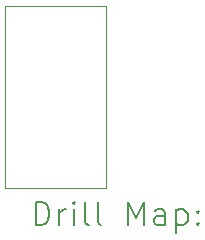
<source format=gbr>
%TF.GenerationSoftware,KiCad,Pcbnew,7.0.9*%
%TF.CreationDate,2024-02-08T13:00:31+01:00*%
%TF.ProjectId,signaux,7369676e-6175-4782-9e6b-696361645f70,rev?*%
%TF.SameCoordinates,Original*%
%TF.FileFunction,Drillmap*%
%TF.FilePolarity,Positive*%
%FSLAX45Y45*%
G04 Gerber Fmt 4.5, Leading zero omitted, Abs format (unit mm)*
G04 Created by KiCad (PCBNEW 7.0.9) date 2024-02-08 13:00:31*
%MOMM*%
%LPD*%
G01*
G04 APERTURE LIST*
%ADD10C,0.100000*%
%ADD11C,0.200000*%
G04 APERTURE END LIST*
D10*
X10274300Y-6413500D02*
X11125200Y-6413500D01*
X11125200Y-7950200D01*
X10274300Y-7950200D01*
X10274300Y-6413500D01*
D11*
X10530077Y-8266684D02*
X10530077Y-8066684D01*
X10530077Y-8066684D02*
X10577696Y-8066684D01*
X10577696Y-8066684D02*
X10606267Y-8076208D01*
X10606267Y-8076208D02*
X10625315Y-8095255D01*
X10625315Y-8095255D02*
X10634839Y-8114303D01*
X10634839Y-8114303D02*
X10644363Y-8152398D01*
X10644363Y-8152398D02*
X10644363Y-8180969D01*
X10644363Y-8180969D02*
X10634839Y-8219065D01*
X10634839Y-8219065D02*
X10625315Y-8238112D01*
X10625315Y-8238112D02*
X10606267Y-8257160D01*
X10606267Y-8257160D02*
X10577696Y-8266684D01*
X10577696Y-8266684D02*
X10530077Y-8266684D01*
X10730077Y-8266684D02*
X10730077Y-8133350D01*
X10730077Y-8171446D02*
X10739601Y-8152398D01*
X10739601Y-8152398D02*
X10749124Y-8142874D01*
X10749124Y-8142874D02*
X10768172Y-8133350D01*
X10768172Y-8133350D02*
X10787220Y-8133350D01*
X10853886Y-8266684D02*
X10853886Y-8133350D01*
X10853886Y-8066684D02*
X10844363Y-8076208D01*
X10844363Y-8076208D02*
X10853886Y-8085731D01*
X10853886Y-8085731D02*
X10863410Y-8076208D01*
X10863410Y-8076208D02*
X10853886Y-8066684D01*
X10853886Y-8066684D02*
X10853886Y-8085731D01*
X10977696Y-8266684D02*
X10958648Y-8257160D01*
X10958648Y-8257160D02*
X10949124Y-8238112D01*
X10949124Y-8238112D02*
X10949124Y-8066684D01*
X11082458Y-8266684D02*
X11063410Y-8257160D01*
X11063410Y-8257160D02*
X11053886Y-8238112D01*
X11053886Y-8238112D02*
X11053886Y-8066684D01*
X11311029Y-8266684D02*
X11311029Y-8066684D01*
X11311029Y-8066684D02*
X11377696Y-8209541D01*
X11377696Y-8209541D02*
X11444362Y-8066684D01*
X11444362Y-8066684D02*
X11444362Y-8266684D01*
X11625315Y-8266684D02*
X11625315Y-8161922D01*
X11625315Y-8161922D02*
X11615791Y-8142874D01*
X11615791Y-8142874D02*
X11596743Y-8133350D01*
X11596743Y-8133350D02*
X11558648Y-8133350D01*
X11558648Y-8133350D02*
X11539601Y-8142874D01*
X11625315Y-8257160D02*
X11606267Y-8266684D01*
X11606267Y-8266684D02*
X11558648Y-8266684D01*
X11558648Y-8266684D02*
X11539601Y-8257160D01*
X11539601Y-8257160D02*
X11530077Y-8238112D01*
X11530077Y-8238112D02*
X11530077Y-8219065D01*
X11530077Y-8219065D02*
X11539601Y-8200017D01*
X11539601Y-8200017D02*
X11558648Y-8190493D01*
X11558648Y-8190493D02*
X11606267Y-8190493D01*
X11606267Y-8190493D02*
X11625315Y-8180969D01*
X11720553Y-8133350D02*
X11720553Y-8333350D01*
X11720553Y-8142874D02*
X11739601Y-8133350D01*
X11739601Y-8133350D02*
X11777696Y-8133350D01*
X11777696Y-8133350D02*
X11796743Y-8142874D01*
X11796743Y-8142874D02*
X11806267Y-8152398D01*
X11806267Y-8152398D02*
X11815791Y-8171446D01*
X11815791Y-8171446D02*
X11815791Y-8228588D01*
X11815791Y-8228588D02*
X11806267Y-8247636D01*
X11806267Y-8247636D02*
X11796743Y-8257160D01*
X11796743Y-8257160D02*
X11777696Y-8266684D01*
X11777696Y-8266684D02*
X11739601Y-8266684D01*
X11739601Y-8266684D02*
X11720553Y-8257160D01*
X11901505Y-8247636D02*
X11911029Y-8257160D01*
X11911029Y-8257160D02*
X11901505Y-8266684D01*
X11901505Y-8266684D02*
X11891982Y-8257160D01*
X11891982Y-8257160D02*
X11901505Y-8247636D01*
X11901505Y-8247636D02*
X11901505Y-8266684D01*
X11901505Y-8142874D02*
X11911029Y-8152398D01*
X11911029Y-8152398D02*
X11901505Y-8161922D01*
X11901505Y-8161922D02*
X11891982Y-8152398D01*
X11891982Y-8152398D02*
X11901505Y-8142874D01*
X11901505Y-8142874D02*
X11901505Y-8161922D01*
M02*

</source>
